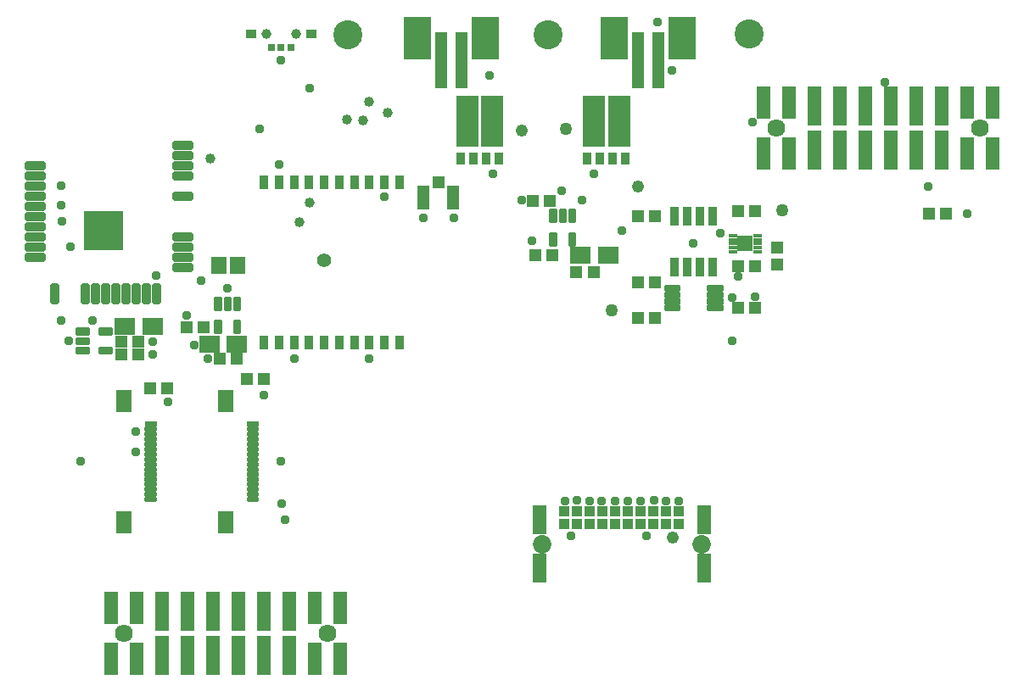
<source format=gbr>
G04 EAGLE Gerber RS-274X export*
G75*
%MOMM*%
%FSLAX34Y34*%
%LPD*%
%INSoldermask Top*%
%IPPOS*%
%AMOC8*
5,1,8,0,0,1.08239X$1,22.5*%
G01*
%ADD10C,2.903200*%
%ADD11R,1.473200X3.203200*%
%ADD12R,1.473200X3.883200*%
%ADD13C,1.783200*%
%ADD14C,0.550950*%
%ADD15R,3.903200X3.903200*%
%ADD16R,0.838200X1.473200*%
%ADD17C,1.403200*%
%ADD18C,0.446819*%
%ADD19R,2.153200X1.703200*%
%ADD20R,1.253200X1.283200*%
%ADD21R,0.923200X1.983200*%
%ADD22R,1.303200X1.203200*%
%ADD23C,0.403156*%
%ADD24R,1.203200X1.303200*%
%ADD25R,1.103200X0.903200*%
%ADD26R,0.803200X0.803200*%
%ADD27C,1.003200*%
%ADD28R,2.286000X5.054600*%
%ADD29R,0.965200X1.193800*%
%ADD30R,1.203200X5.703200*%
%ADD31R,2.803200X4.203200*%
%ADD32C,0.322047*%
%ADD33R,1.203200X0.503200*%
%ADD34R,1.503200X2.203200*%
%ADD35R,1.003200X1.003200*%
%ADD36C,1.853200*%
%ADD37R,1.403200X2.903200*%
%ADD38R,0.853200X0.403200*%
%ADD39R,1.503200X1.603200*%
%ADD40R,1.253200X2.403200*%
%ADD41R,1.253200X1.203200*%
%ADD42R,1.503200X1.703200*%
%ADD43C,0.959600*%
%ADD44C,1.009600*%
%ADD45C,1.209600*%
%ADD46C,1.059600*%
%ADD47C,1.259600*%


D10*
X656700Y1185764D03*
X856660Y1185764D03*
X1056700Y1186264D03*
D11*
X1071400Y1066600D03*
X1096800Y1066600D03*
D12*
X1122200Y1070000D03*
X1147600Y1070000D03*
X1173000Y1070000D03*
X1198400Y1070000D03*
X1223800Y1070000D03*
X1249200Y1070000D03*
D11*
X1274600Y1066600D03*
X1300000Y1066600D03*
X1300000Y1117400D03*
X1274600Y1117400D03*
D12*
X1249200Y1114000D03*
X1223800Y1114000D03*
X1198400Y1114000D03*
X1173000Y1114000D03*
X1147600Y1114000D03*
X1122200Y1114000D03*
D11*
X1096800Y1117400D03*
X1071400Y1117400D03*
D13*
X1084100Y1092000D03*
X1287300Y1092000D03*
D11*
X648600Y613400D03*
X623200Y613400D03*
D12*
X597800Y610000D03*
X572400Y610000D03*
X547000Y610000D03*
X521600Y610000D03*
X496200Y610000D03*
X470800Y610000D03*
D11*
X445400Y613400D03*
X420000Y613400D03*
X420000Y562600D03*
X445400Y562600D03*
D12*
X470800Y566000D03*
X496200Y566000D03*
X521600Y566000D03*
X547000Y566000D03*
X572400Y566000D03*
X597800Y566000D03*
D11*
X623200Y562600D03*
X648600Y562600D03*
D13*
X635900Y588000D03*
X432700Y588000D03*
D14*
X483825Y952035D02*
X499347Y952035D01*
X483825Y952035D02*
X483825Y955557D01*
X499347Y955557D01*
X499347Y952035D01*
X352047Y962195D02*
X336525Y962195D01*
X336525Y965717D01*
X352047Y965717D01*
X352047Y962195D01*
X352047Y972355D02*
X336525Y972355D01*
X336525Y975877D01*
X352047Y975877D01*
X352047Y972355D01*
X352047Y982515D02*
X336525Y982515D01*
X336525Y986037D01*
X352047Y986037D01*
X352047Y982515D01*
X352047Y992675D02*
X336525Y992675D01*
X336525Y996197D01*
X352047Y996197D01*
X352047Y992675D01*
X352047Y1002835D02*
X336525Y1002835D01*
X336525Y1006357D01*
X352047Y1006357D01*
X352047Y1002835D01*
X352047Y1012995D02*
X336525Y1012995D01*
X336525Y1016517D01*
X352047Y1016517D01*
X352047Y1012995D01*
X352047Y1023155D02*
X336525Y1023155D01*
X336525Y1026677D01*
X352047Y1026677D01*
X352047Y1023155D01*
X352047Y1033315D02*
X336525Y1033315D01*
X336525Y1036837D01*
X352047Y1036837D01*
X352047Y1033315D01*
X352047Y1043475D02*
X336525Y1043475D01*
X336525Y1046997D01*
X352047Y1046997D01*
X352047Y1043475D01*
X352047Y1053635D02*
X336525Y1053635D01*
X336525Y1057157D01*
X352047Y1057157D01*
X352047Y1053635D01*
X483825Y962195D02*
X499347Y962195D01*
X483825Y962195D02*
X483825Y965717D01*
X499347Y965717D01*
X499347Y962195D01*
X499347Y972355D02*
X483825Y972355D01*
X483825Y975877D01*
X499347Y975877D01*
X499347Y972355D01*
X499347Y982515D02*
X483825Y982515D01*
X483825Y986037D01*
X499347Y986037D01*
X499347Y982515D01*
X499347Y1023155D02*
X483825Y1023155D01*
X483825Y1026677D01*
X499347Y1026677D01*
X499347Y1023155D01*
X499347Y1043475D02*
X483825Y1043475D01*
X483825Y1046997D01*
X499347Y1046997D01*
X499347Y1043475D01*
X499347Y1053635D02*
X483825Y1053635D01*
X483825Y1057157D01*
X499347Y1057157D01*
X499347Y1053635D01*
X499347Y1063795D02*
X483825Y1063795D01*
X483825Y1067317D01*
X499347Y1067317D01*
X499347Y1063795D01*
X499347Y1073955D02*
X483825Y1073955D01*
X483825Y1077477D01*
X499347Y1077477D01*
X499347Y1073955D01*
X365047Y934857D02*
X365047Y919335D01*
X361525Y919335D01*
X361525Y934857D01*
X365047Y934857D01*
X365047Y924569D02*
X361525Y924569D01*
X361525Y929803D02*
X365047Y929803D01*
X395527Y934857D02*
X395527Y919335D01*
X392005Y919335D01*
X392005Y934857D01*
X395527Y934857D01*
X395527Y924569D02*
X392005Y924569D01*
X392005Y929803D02*
X395527Y929803D01*
X405687Y934857D02*
X405687Y919335D01*
X402165Y919335D01*
X402165Y934857D01*
X405687Y934857D01*
X405687Y924569D02*
X402165Y924569D01*
X402165Y929803D02*
X405687Y929803D01*
X415847Y934857D02*
X415847Y919335D01*
X412325Y919335D01*
X412325Y934857D01*
X415847Y934857D01*
X415847Y924569D02*
X412325Y924569D01*
X412325Y929803D02*
X415847Y929803D01*
X426007Y934857D02*
X426007Y919335D01*
X422485Y919335D01*
X422485Y934857D01*
X426007Y934857D01*
X426007Y924569D02*
X422485Y924569D01*
X422485Y929803D02*
X426007Y929803D01*
X436167Y934857D02*
X436167Y919335D01*
X432645Y919335D01*
X432645Y934857D01*
X436167Y934857D01*
X436167Y924569D02*
X432645Y924569D01*
X432645Y929803D02*
X436167Y929803D01*
X446327Y934857D02*
X446327Y919335D01*
X442805Y919335D01*
X442805Y934857D01*
X446327Y934857D01*
X446327Y924569D02*
X442805Y924569D01*
X442805Y929803D02*
X446327Y929803D01*
X456487Y934857D02*
X456487Y919335D01*
X452965Y919335D01*
X452965Y934857D01*
X456487Y934857D01*
X456487Y924569D02*
X452965Y924569D01*
X452965Y929803D02*
X456487Y929803D01*
X466647Y934857D02*
X466647Y919335D01*
X463125Y919335D01*
X463125Y934857D01*
X466647Y934857D01*
X466647Y924569D02*
X463125Y924569D01*
X463125Y929803D02*
X466647Y929803D01*
D15*
X413086Y989796D03*
D16*
X573012Y878260D03*
X588012Y878260D03*
X603012Y878260D03*
X618012Y878260D03*
X633012Y878260D03*
X648012Y878260D03*
X663012Y878260D03*
X678012Y878260D03*
X693012Y878260D03*
X708012Y878260D03*
X708012Y1038260D03*
X693012Y1038260D03*
X678012Y1038260D03*
X663012Y1038260D03*
X648012Y1038260D03*
X633012Y1038260D03*
X618012Y1038260D03*
X603012Y1038260D03*
X588012Y1038260D03*
X573012Y1038260D03*
D17*
X632512Y960260D03*
D18*
X543756Y922577D02*
X543756Y912395D01*
X543756Y922577D02*
X547412Y922577D01*
X547412Y912395D01*
X543756Y912395D01*
X543756Y916640D02*
X547412Y916640D01*
X547412Y920885D02*
X543756Y920885D01*
X534256Y922577D02*
X534256Y912395D01*
X534256Y922577D02*
X537912Y922577D01*
X537912Y912395D01*
X534256Y912395D01*
X534256Y916640D02*
X537912Y916640D01*
X537912Y920885D02*
X534256Y920885D01*
X524756Y922577D02*
X524756Y912395D01*
X524756Y922577D02*
X528412Y922577D01*
X528412Y912395D01*
X524756Y912395D01*
X524756Y916640D02*
X528412Y916640D01*
X528412Y920885D02*
X524756Y920885D01*
X524756Y899077D02*
X524756Y888895D01*
X524756Y899077D02*
X528412Y899077D01*
X528412Y888895D01*
X524756Y888895D01*
X524756Y893140D02*
X528412Y893140D01*
X528412Y897385D02*
X524756Y897385D01*
X543756Y899077D02*
X543756Y888895D01*
X543756Y899077D02*
X547412Y899077D01*
X547412Y888895D01*
X543756Y888895D01*
X543756Y893140D02*
X547412Y893140D01*
X547412Y897385D02*
X543756Y897385D01*
X396277Y887768D02*
X386095Y887768D01*
X386095Y891424D01*
X396277Y891424D01*
X396277Y887768D01*
X396277Y878268D02*
X386095Y878268D01*
X386095Y881924D01*
X396277Y881924D01*
X396277Y878268D01*
X396277Y868768D02*
X386095Y868768D01*
X386095Y872424D01*
X396277Y872424D01*
X396277Y868768D01*
X409595Y868768D02*
X419777Y868768D01*
X409595Y868768D02*
X409595Y872424D01*
X419777Y872424D01*
X419777Y868768D01*
X419777Y887768D02*
X409595Y887768D01*
X409595Y891424D01*
X419777Y891424D01*
X419777Y887768D01*
D19*
X434186Y894096D03*
X461686Y894096D03*
X545834Y876736D03*
X518334Y876736D03*
D20*
X430186Y866096D03*
X447686Y866096D03*
X512834Y893736D03*
X495334Y893736D03*
X430186Y879096D03*
X447686Y879096D03*
X545834Y861736D03*
X528334Y861736D03*
D21*
X982250Y953348D03*
X982250Y1004212D03*
X994950Y953348D03*
X1007650Y953348D03*
X994950Y1004212D03*
X1007650Y1004212D03*
X1020350Y953348D03*
X1020350Y1004212D03*
D22*
X945810Y902580D03*
X962810Y902580D03*
X945810Y938140D03*
X962810Y938140D03*
D23*
X973741Y931191D02*
X985859Y931191D01*
X973741Y931191D02*
X973741Y934109D01*
X985859Y934109D01*
X985859Y931191D01*
X985859Y924691D02*
X973741Y924691D01*
X973741Y927609D01*
X985859Y927609D01*
X985859Y924691D01*
X985859Y918191D02*
X973741Y918191D01*
X973741Y921109D01*
X985859Y921109D01*
X985859Y918191D01*
X985859Y911691D02*
X973741Y911691D01*
X973741Y914609D01*
X985859Y914609D01*
X985859Y911691D01*
X1016741Y911691D02*
X1028859Y911691D01*
X1016741Y911691D02*
X1016741Y914609D01*
X1028859Y914609D01*
X1028859Y911691D01*
X1028859Y918191D02*
X1016741Y918191D01*
X1016741Y921109D01*
X1028859Y921109D01*
X1028859Y918191D01*
X1028859Y924691D02*
X1016741Y924691D01*
X1016741Y927609D01*
X1028859Y927609D01*
X1028859Y924691D01*
X1028859Y931191D02*
X1016741Y931191D01*
X1016741Y934109D01*
X1028859Y934109D01*
X1028859Y931191D01*
D22*
X1046140Y912740D03*
X1063140Y912740D03*
X962810Y1004180D03*
X945810Y1004180D03*
X1046140Y1009260D03*
X1063140Y1009260D03*
X1063140Y954650D03*
X1046140Y954650D03*
D24*
X1085120Y973310D03*
X1085120Y956310D03*
D18*
X878192Y999667D02*
X878192Y1009849D01*
X881848Y1009849D01*
X881848Y999667D01*
X878192Y999667D01*
X878192Y1003912D02*
X881848Y1003912D01*
X881848Y1008157D02*
X878192Y1008157D01*
X868692Y1009849D02*
X868692Y999667D01*
X868692Y1009849D02*
X872348Y1009849D01*
X872348Y999667D01*
X868692Y999667D01*
X868692Y1003912D02*
X872348Y1003912D01*
X872348Y1008157D02*
X868692Y1008157D01*
X859192Y1009849D02*
X859192Y999667D01*
X859192Y1009849D02*
X862848Y1009849D01*
X862848Y999667D01*
X859192Y999667D01*
X859192Y1003912D02*
X862848Y1003912D01*
X862848Y1008157D02*
X859192Y1008157D01*
X859192Y986349D02*
X859192Y976167D01*
X859192Y986349D02*
X862848Y986349D01*
X862848Y976167D01*
X859192Y976167D01*
X859192Y980412D02*
X862848Y980412D01*
X862848Y984657D02*
X859192Y984657D01*
X878192Y986349D02*
X878192Y976167D01*
X878192Y986349D02*
X881848Y986349D01*
X881848Y976167D01*
X878192Y976167D01*
X878192Y980412D02*
X881848Y980412D01*
X881848Y984657D02*
X878192Y984657D01*
D19*
X888594Y964984D03*
X916094Y964984D03*
D20*
X860846Y965364D03*
X843346Y965364D03*
X884578Y948636D03*
X902078Y948636D03*
D25*
X619936Y1186176D03*
X559936Y1186176D03*
D26*
X589936Y1172626D03*
X599936Y1172626D03*
X579936Y1172626D03*
D27*
X604936Y1186176D03*
X574936Y1186176D03*
D22*
X841060Y1019816D03*
X858060Y1019816D03*
D28*
X775798Y1098833D03*
X800690Y1098833D03*
D29*
X781894Y1062257D03*
X769194Y1062257D03*
X794594Y1062257D03*
X807294Y1062257D03*
D28*
X902186Y1098833D03*
X927078Y1098833D03*
D29*
X908282Y1062257D03*
X895582Y1062257D03*
X920982Y1062257D03*
X933682Y1062257D03*
D30*
X966260Y1160000D03*
X946260Y1160000D03*
D31*
X990260Y1182500D03*
X922260Y1182500D03*
D30*
X770000Y1160000D03*
X750000Y1160000D03*
D31*
X794000Y1182500D03*
X726000Y1182500D03*
D32*
X455410Y762358D02*
X455410Y760546D01*
X455410Y762358D02*
X464222Y762358D01*
X464222Y760546D01*
X455410Y760546D01*
X455410Y757358D02*
X455410Y755546D01*
X455410Y757358D02*
X464222Y757358D01*
X464222Y755546D01*
X455410Y755546D01*
X455410Y765546D02*
X455410Y767358D01*
X464222Y767358D01*
X464222Y765546D01*
X455410Y765546D01*
X455410Y770546D02*
X455410Y772358D01*
X464222Y772358D01*
X464222Y770546D01*
X455410Y770546D01*
X455410Y775546D02*
X455410Y777358D01*
X464222Y777358D01*
X464222Y775546D01*
X455410Y775546D01*
X455410Y780546D02*
X455410Y782358D01*
X464222Y782358D01*
X464222Y780546D01*
X455410Y780546D01*
X455410Y785546D02*
X455410Y787358D01*
X464222Y787358D01*
X464222Y785546D01*
X455410Y785546D01*
X455410Y790546D02*
X455410Y792358D01*
X464222Y792358D01*
X464222Y790546D01*
X455410Y790546D01*
D33*
X459816Y796452D03*
D32*
X455410Y752358D02*
X455410Y750546D01*
X455410Y752358D02*
X464222Y752358D01*
X464222Y750546D01*
X455410Y750546D01*
X455410Y747358D02*
X455410Y745546D01*
X455410Y747358D02*
X464222Y747358D01*
X464222Y745546D01*
X455410Y745546D01*
X455410Y742358D02*
X455410Y740546D01*
X455410Y742358D02*
X464222Y742358D01*
X464222Y740546D01*
X455410Y740546D01*
X455410Y737358D02*
X455410Y735546D01*
X455410Y737358D02*
X464222Y737358D01*
X464222Y735546D01*
X455410Y735546D01*
X455410Y732358D02*
X455410Y730546D01*
X455410Y732358D02*
X464222Y732358D01*
X464222Y730546D01*
X455410Y730546D01*
X455410Y727358D02*
X455410Y725546D01*
X455410Y727358D02*
X464222Y727358D01*
X464222Y725546D01*
X455410Y725546D01*
X455410Y722358D02*
X455410Y720546D01*
X455410Y722358D02*
X464222Y722358D01*
X464222Y720546D01*
X455410Y720546D01*
D34*
X432816Y698452D03*
X432816Y819452D03*
D32*
X557518Y762358D02*
X557518Y760546D01*
X557518Y762358D02*
X566330Y762358D01*
X566330Y760546D01*
X557518Y760546D01*
X557518Y757358D02*
X557518Y755546D01*
X557518Y757358D02*
X566330Y757358D01*
X566330Y755546D01*
X557518Y755546D01*
X557518Y765546D02*
X557518Y767358D01*
X566330Y767358D01*
X566330Y765546D01*
X557518Y765546D01*
X557518Y770546D02*
X557518Y772358D01*
X566330Y772358D01*
X566330Y770546D01*
X557518Y770546D01*
X557518Y775546D02*
X557518Y777358D01*
X566330Y777358D01*
X566330Y775546D01*
X557518Y775546D01*
X557518Y780546D02*
X557518Y782358D01*
X566330Y782358D01*
X566330Y780546D01*
X557518Y780546D01*
X557518Y785546D02*
X557518Y787358D01*
X566330Y787358D01*
X566330Y785546D01*
X557518Y785546D01*
X557518Y790546D02*
X557518Y792358D01*
X566330Y792358D01*
X566330Y790546D01*
X557518Y790546D01*
D33*
X561924Y796452D03*
D32*
X557518Y752358D02*
X557518Y750546D01*
X557518Y752358D02*
X566330Y752358D01*
X566330Y750546D01*
X557518Y750546D01*
X557518Y747358D02*
X557518Y745546D01*
X557518Y747358D02*
X566330Y747358D01*
X566330Y745546D01*
X557518Y745546D01*
X557518Y742358D02*
X557518Y740546D01*
X557518Y742358D02*
X566330Y742358D01*
X566330Y740546D01*
X557518Y740546D01*
X557518Y737358D02*
X557518Y735546D01*
X557518Y737358D02*
X566330Y737358D01*
X566330Y735546D01*
X557518Y735546D01*
X557518Y732358D02*
X557518Y730546D01*
X557518Y732358D02*
X566330Y732358D01*
X566330Y730546D01*
X557518Y730546D01*
X557518Y727358D02*
X557518Y725546D01*
X557518Y727358D02*
X566330Y727358D01*
X566330Y725546D01*
X557518Y725546D01*
X557518Y722358D02*
X557518Y720546D01*
X557518Y722358D02*
X566330Y722358D01*
X566330Y720546D01*
X557518Y720546D01*
D34*
X534924Y698452D03*
X534924Y819452D03*
D35*
X872850Y709700D03*
X885550Y709700D03*
X898250Y709700D03*
X910950Y709700D03*
X923650Y709700D03*
X936350Y709700D03*
X949050Y709700D03*
X961750Y709700D03*
X974450Y709700D03*
X987150Y709700D03*
X987150Y697000D03*
X974450Y697000D03*
X961750Y697000D03*
X949050Y697000D03*
X936350Y697000D03*
X923650Y697000D03*
X910950Y697000D03*
X898250Y697000D03*
X885550Y697000D03*
X872850Y697000D03*
D36*
X850750Y677000D03*
X1009250Y677000D03*
D37*
X847900Y652500D03*
X1012100Y652500D03*
X1012100Y701500D03*
X847900Y701500D03*
D38*
X1040750Y985000D03*
X1040750Y981000D03*
X1040750Y977000D03*
X1040750Y973000D03*
X1040750Y969000D03*
X1065250Y969000D03*
X1065250Y973000D03*
X1065250Y977000D03*
X1065250Y981000D03*
X1065250Y985000D03*
D39*
X1053000Y977000D03*
D40*
X761750Y1023000D03*
X732250Y1023000D03*
D41*
X747000Y1038250D03*
D42*
X527500Y955000D03*
X546500Y955000D03*
D22*
X476500Y832000D03*
X459500Y832000D03*
X572500Y842000D03*
X555500Y842000D03*
X1236500Y1007000D03*
X1253500Y1007000D03*
D43*
X470800Y610000D03*
X949000Y720000D03*
X470800Y566000D03*
X936000Y720000D03*
X1001174Y977448D03*
X590426Y717426D03*
X1028098Y987608D03*
X594000Y701000D03*
D44*
X1198400Y1083716D03*
X672084Y1100328D03*
D43*
X390000Y760000D03*
X380000Y974116D03*
D44*
X1223800Y1114000D03*
X696468Y1107174D03*
D43*
X370000Y900000D03*
X371101Y998899D03*
X445400Y562600D03*
X962000Y721000D03*
X445400Y613400D03*
X974000Y720000D03*
X420000Y613400D03*
X987000Y720000D03*
X623200Y613400D03*
X873000Y720000D03*
X597800Y566000D03*
X885000Y721000D03*
X597800Y610000D03*
X898000Y720000D03*
X572400Y566000D03*
X910000Y720000D03*
X572400Y610000D03*
X923000Y720000D03*
D45*
X945804Y1034196D03*
X981000Y683000D03*
D43*
X1236000Y1034196D03*
X588000Y1056000D03*
X503000Y876000D03*
X496000Y905000D03*
X517000Y862000D03*
X536000Y932000D03*
X465000Y945000D03*
X462000Y879000D03*
X462000Y866000D03*
X378000Y880000D03*
X370000Y1035000D03*
X568382Y1091618D03*
X830000Y1020000D03*
X870000Y1030000D03*
X840000Y980000D03*
X930000Y990000D03*
X1046000Y944000D03*
X1040000Y923046D03*
X1063000Y924000D03*
X693000Y1024000D03*
X966000Y1198000D03*
X979811Y1149811D03*
X1060000Y1098658D03*
X678000Y862000D03*
X603000Y862000D03*
X445000Y789000D03*
X879000Y685000D03*
X732000Y1003000D03*
X762000Y1003000D03*
X477000Y819000D03*
X573000Y826000D03*
X420000Y562600D03*
X801000Y1047000D03*
X902000Y1047000D03*
D44*
X519684Y1062228D03*
D43*
X1192672Y1138428D03*
D44*
X1249200Y1070000D03*
X608076Y998220D03*
D46*
X1071400Y1066600D03*
D44*
X618744Y1018032D03*
X1198400Y1114000D03*
X1198400Y1114000D03*
X678000Y1119000D03*
D43*
X590000Y760000D03*
X370453Y1015547D03*
D47*
X874000Y1091380D03*
X920000Y910000D03*
D43*
X798000Y1145000D03*
D47*
X1090000Y1010000D03*
D43*
X445000Y769000D03*
X590000Y1160000D03*
X955000Y685000D03*
X890000Y1020000D03*
D45*
X830000Y1090000D03*
D43*
X402000Y899950D03*
X510000Y940000D03*
D44*
X1249200Y1114000D03*
X655320Y1101057D03*
D43*
X1274600Y1117400D03*
X618744Y1132332D03*
X1040000Y880000D03*
X1275000Y1007000D03*
M02*

</source>
